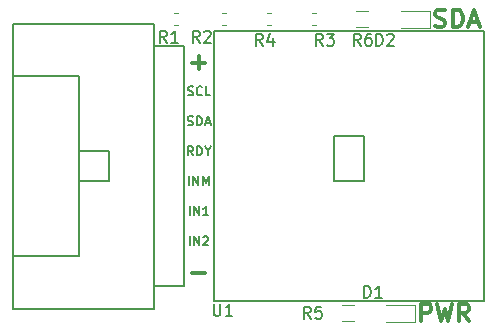
<source format=gbr>
G04 #@! TF.GenerationSoftware,KiCad,Pcbnew,(5.0.0)*
G04 #@! TF.CreationDate,2018-12-18T17:16:08-06:00*
G04 #@! TF.ProjectId,IMUBreakout_Hardware,494D55427265616B6F75745F48617264,rev?*
G04 #@! TF.SameCoordinates,Original*
G04 #@! TF.FileFunction,Legend,Top*
G04 #@! TF.FilePolarity,Positive*
%FSLAX46Y46*%
G04 Gerber Fmt 4.6, Leading zero omitted, Abs format (unit mm)*
G04 Created by KiCad (PCBNEW (5.0.0)) date 12/18/18 17:16:08*
%MOMM*%
%LPD*%
G01*
G04 APERTURE LIST*
%ADD10C,0.300000*%
%ADD11C,0.194000*%
%ADD12C,0.150000*%
%ADD13C,0.120000*%
G04 APERTURE END LIST*
D10*
X126428571Y-104247142D02*
X127571428Y-104247142D01*
X126428571Y-86467142D02*
X127571428Y-86467142D01*
X127000000Y-87038571D02*
X127000000Y-85895714D01*
D11*
X126224000Y-101951047D02*
X126224000Y-101175047D01*
X126593523Y-101951047D02*
X126593523Y-101175047D01*
X127036952Y-101951047D01*
X127036952Y-101175047D01*
X127369523Y-101248952D02*
X127406476Y-101212000D01*
X127480380Y-101175047D01*
X127665142Y-101175047D01*
X127739047Y-101212000D01*
X127776000Y-101248952D01*
X127812952Y-101322857D01*
X127812952Y-101396761D01*
X127776000Y-101507619D01*
X127332571Y-101951047D01*
X127812952Y-101951047D01*
X126224000Y-99411047D02*
X126224000Y-98635047D01*
X126593523Y-99411047D02*
X126593523Y-98635047D01*
X127036952Y-99411047D01*
X127036952Y-98635047D01*
X127812952Y-99411047D02*
X127369523Y-99411047D01*
X127591238Y-99411047D02*
X127591238Y-98635047D01*
X127517333Y-98745904D01*
X127443428Y-98819809D01*
X127369523Y-98856761D01*
X126150095Y-96871047D02*
X126150095Y-96095047D01*
X126519619Y-96871047D02*
X126519619Y-96095047D01*
X126963047Y-96871047D01*
X126963047Y-96095047D01*
X127332571Y-96871047D02*
X127332571Y-96095047D01*
X127591238Y-96649333D01*
X127849904Y-96095047D01*
X127849904Y-96871047D01*
X126519619Y-94331047D02*
X126260952Y-93961523D01*
X126076190Y-94331047D02*
X126076190Y-93555047D01*
X126371809Y-93555047D01*
X126445714Y-93592000D01*
X126482666Y-93628952D01*
X126519619Y-93702857D01*
X126519619Y-93813714D01*
X126482666Y-93887619D01*
X126445714Y-93924571D01*
X126371809Y-93961523D01*
X126076190Y-93961523D01*
X126852190Y-94331047D02*
X126852190Y-93555047D01*
X127036952Y-93555047D01*
X127147809Y-93592000D01*
X127221714Y-93665904D01*
X127258666Y-93739809D01*
X127295619Y-93887619D01*
X127295619Y-93998476D01*
X127258666Y-94146285D01*
X127221714Y-94220190D01*
X127147809Y-94294095D01*
X127036952Y-94331047D01*
X126852190Y-94331047D01*
X127776000Y-93961523D02*
X127776000Y-94331047D01*
X127517333Y-93555047D02*
X127776000Y-93961523D01*
X128034666Y-93555047D01*
X126057714Y-91754095D02*
X126168571Y-91791047D01*
X126353333Y-91791047D01*
X126427238Y-91754095D01*
X126464190Y-91717142D01*
X126501142Y-91643238D01*
X126501142Y-91569333D01*
X126464190Y-91495428D01*
X126427238Y-91458476D01*
X126353333Y-91421523D01*
X126205523Y-91384571D01*
X126131619Y-91347619D01*
X126094666Y-91310666D01*
X126057714Y-91236761D01*
X126057714Y-91162857D01*
X126094666Y-91088952D01*
X126131619Y-91052000D01*
X126205523Y-91015047D01*
X126390285Y-91015047D01*
X126501142Y-91052000D01*
X126833714Y-91791047D02*
X126833714Y-91015047D01*
X127018476Y-91015047D01*
X127129333Y-91052000D01*
X127203238Y-91125904D01*
X127240190Y-91199809D01*
X127277142Y-91347619D01*
X127277142Y-91458476D01*
X127240190Y-91606285D01*
X127203238Y-91680190D01*
X127129333Y-91754095D01*
X127018476Y-91791047D01*
X126833714Y-91791047D01*
X127572761Y-91569333D02*
X127942285Y-91569333D01*
X127498857Y-91791047D02*
X127757523Y-91015047D01*
X128016190Y-91791047D01*
X126076190Y-89214095D02*
X126187047Y-89251047D01*
X126371809Y-89251047D01*
X126445714Y-89214095D01*
X126482666Y-89177142D01*
X126519619Y-89103238D01*
X126519619Y-89029333D01*
X126482666Y-88955428D01*
X126445714Y-88918476D01*
X126371809Y-88881523D01*
X126224000Y-88844571D01*
X126150095Y-88807619D01*
X126113142Y-88770666D01*
X126076190Y-88696761D01*
X126076190Y-88622857D01*
X126113142Y-88548952D01*
X126150095Y-88512000D01*
X126224000Y-88475047D01*
X126408761Y-88475047D01*
X126519619Y-88512000D01*
X127295619Y-89177142D02*
X127258666Y-89214095D01*
X127147809Y-89251047D01*
X127073904Y-89251047D01*
X126963047Y-89214095D01*
X126889142Y-89140190D01*
X126852190Y-89066285D01*
X126815238Y-88918476D01*
X126815238Y-88807619D01*
X126852190Y-88659809D01*
X126889142Y-88585904D01*
X126963047Y-88512000D01*
X127073904Y-88475047D01*
X127147809Y-88475047D01*
X127258666Y-88512000D01*
X127295619Y-88548952D01*
X127997714Y-89251047D02*
X127628190Y-89251047D01*
X127628190Y-88475047D01*
D10*
X145828000Y-108374571D02*
X145828000Y-106874571D01*
X146399428Y-106874571D01*
X146542285Y-106946000D01*
X146613714Y-107017428D01*
X146685142Y-107160285D01*
X146685142Y-107374571D01*
X146613714Y-107517428D01*
X146542285Y-107588857D01*
X146399428Y-107660285D01*
X145828000Y-107660285D01*
X147185142Y-106874571D02*
X147542285Y-108374571D01*
X147828000Y-107303142D01*
X148113714Y-108374571D01*
X148470857Y-106874571D01*
X149899428Y-108374571D02*
X149399428Y-107660285D01*
X149042285Y-108374571D02*
X149042285Y-106874571D01*
X149613714Y-106874571D01*
X149756571Y-106946000D01*
X149828000Y-107017428D01*
X149899428Y-107160285D01*
X149899428Y-107374571D01*
X149828000Y-107517428D01*
X149756571Y-107588857D01*
X149613714Y-107660285D01*
X149042285Y-107660285D01*
X147022571Y-83411142D02*
X147236857Y-83482571D01*
X147594000Y-83482571D01*
X147736857Y-83411142D01*
X147808285Y-83339714D01*
X147879714Y-83196857D01*
X147879714Y-83054000D01*
X147808285Y-82911142D01*
X147736857Y-82839714D01*
X147594000Y-82768285D01*
X147308285Y-82696857D01*
X147165428Y-82625428D01*
X147094000Y-82554000D01*
X147022571Y-82411142D01*
X147022571Y-82268285D01*
X147094000Y-82125428D01*
X147165428Y-82054000D01*
X147308285Y-81982571D01*
X147665428Y-81982571D01*
X147879714Y-82054000D01*
X148522571Y-83482571D02*
X148522571Y-81982571D01*
X148879714Y-81982571D01*
X149094000Y-82054000D01*
X149236857Y-82196857D01*
X149308285Y-82339714D01*
X149379714Y-82625428D01*
X149379714Y-82839714D01*
X149308285Y-83125428D01*
X149236857Y-83268285D01*
X149094000Y-83411142D01*
X148879714Y-83482571D01*
X148522571Y-83482571D01*
X149951142Y-83054000D02*
X150665428Y-83054000D01*
X149808285Y-83482571D02*
X150308285Y-81982571D01*
X150808285Y-83482571D01*
D12*
G04 #@! TO.C,U1*
X128270000Y-106680000D02*
X128270000Y-83820000D01*
X128270000Y-83820000D02*
X151130000Y-83820000D01*
X151130000Y-83820000D02*
X151130000Y-106680000D01*
X151130000Y-106680000D02*
X128270000Y-106680000D01*
X140970000Y-96520000D02*
X138430000Y-96520000D01*
X138430000Y-96520000D02*
X138430000Y-92710000D01*
X138430000Y-92710000D02*
X140970000Y-92710000D01*
X140970000Y-92710000D02*
X140970000Y-96520000D01*
G04 #@! TO.C,Conn1*
X123190000Y-107315000D02*
X123190000Y-83185000D01*
X111252000Y-102870000D02*
X111760000Y-102870000D01*
X111252000Y-107315000D02*
X111252000Y-83185000D01*
X123190000Y-107315000D02*
X111252000Y-107315000D01*
X123190000Y-83185000D02*
X111252000Y-83185000D01*
X123190000Y-107310000D02*
X123190000Y-107315000D01*
X115570000Y-102870000D02*
X116840000Y-102870000D01*
X116840000Y-102870000D02*
X116840000Y-87630000D01*
X116840000Y-87630000D02*
X111252000Y-87630000D01*
X115570000Y-102870000D02*
X111760000Y-102870000D01*
X116840000Y-96520000D02*
X119380000Y-96520000D01*
X119380000Y-96520000D02*
X119380000Y-93980000D01*
X119380000Y-93980000D02*
X116840000Y-93980000D01*
X123190000Y-85090000D02*
X125730000Y-85090000D01*
X125730000Y-85090000D02*
X125730000Y-105410000D01*
X125730000Y-105410000D02*
X123190000Y-105410000D01*
D13*
G04 #@! TO.C,D1*
X145311000Y-106961000D02*
X142851000Y-106961000D01*
X145311000Y-108431000D02*
X145311000Y-106961000D01*
X142851000Y-108431000D02*
X145311000Y-108431000D01*
G04 #@! TO.C,D2*
X144093000Y-83539000D02*
X146553000Y-83539000D01*
X146553000Y-83539000D02*
X146553000Y-82069000D01*
X146553000Y-82069000D02*
X144093000Y-82069000D01*
G04 #@! TO.C,R1*
X125252267Y-83314000D02*
X124909733Y-83314000D01*
X125252267Y-82294000D02*
X124909733Y-82294000D01*
G04 #@! TO.C,R2*
X129001733Y-82294000D02*
X129344267Y-82294000D01*
X129001733Y-83314000D02*
X129344267Y-83314000D01*
G04 #@! TO.C,R3*
X136593733Y-83314000D02*
X136936267Y-83314000D01*
X136593733Y-82294000D02*
X136936267Y-82294000D01*
G04 #@! TO.C,R4*
X133154267Y-82294000D02*
X132811733Y-82294000D01*
X133154267Y-83314000D02*
X132811733Y-83314000D01*
G04 #@! TO.C,R5*
X140116000Y-108376000D02*
X139116000Y-108376000D01*
X139116000Y-107016000D02*
X140116000Y-107016000D01*
G04 #@! TO.C,R6*
X140300000Y-82124000D02*
X141300000Y-82124000D01*
X141300000Y-83484000D02*
X140300000Y-83484000D01*
G04 #@! TO.C,U1*
D12*
X128270095Y-106894380D02*
X128270095Y-107703904D01*
X128317714Y-107799142D01*
X128365333Y-107846761D01*
X128460571Y-107894380D01*
X128651047Y-107894380D01*
X128746285Y-107846761D01*
X128793904Y-107799142D01*
X128841523Y-107703904D01*
X128841523Y-106894380D01*
X129841523Y-107894380D02*
X129270095Y-107894380D01*
X129555809Y-107894380D02*
X129555809Y-106894380D01*
X129460571Y-107037238D01*
X129365333Y-107132476D01*
X129270095Y-107180095D01*
G04 #@! TO.C,D1*
X140993904Y-106370380D02*
X140993904Y-105370380D01*
X141232000Y-105370380D01*
X141374857Y-105418000D01*
X141470095Y-105513238D01*
X141517714Y-105608476D01*
X141565333Y-105798952D01*
X141565333Y-105941809D01*
X141517714Y-106132285D01*
X141470095Y-106227523D01*
X141374857Y-106322761D01*
X141232000Y-106370380D01*
X140993904Y-106370380D01*
X142517714Y-106370380D02*
X141946285Y-106370380D01*
X142232000Y-106370380D02*
X142232000Y-105370380D01*
X142136761Y-105513238D01*
X142041523Y-105608476D01*
X141946285Y-105656095D01*
G04 #@! TO.C,D2*
X142009904Y-85034380D02*
X142009904Y-84034380D01*
X142248000Y-84034380D01*
X142390857Y-84082000D01*
X142486095Y-84177238D01*
X142533714Y-84272476D01*
X142581333Y-84462952D01*
X142581333Y-84605809D01*
X142533714Y-84796285D01*
X142486095Y-84891523D01*
X142390857Y-84986761D01*
X142248000Y-85034380D01*
X142009904Y-85034380D01*
X142962285Y-84129619D02*
X143009904Y-84082000D01*
X143105142Y-84034380D01*
X143343238Y-84034380D01*
X143438476Y-84082000D01*
X143486095Y-84129619D01*
X143533714Y-84224857D01*
X143533714Y-84320095D01*
X143486095Y-84462952D01*
X142914666Y-85034380D01*
X143533714Y-85034380D01*
G04 #@! TO.C,R1*
X124293333Y-84780380D02*
X123960000Y-84304190D01*
X123721904Y-84780380D02*
X123721904Y-83780380D01*
X124102857Y-83780380D01*
X124198095Y-83828000D01*
X124245714Y-83875619D01*
X124293333Y-83970857D01*
X124293333Y-84113714D01*
X124245714Y-84208952D01*
X124198095Y-84256571D01*
X124102857Y-84304190D01*
X123721904Y-84304190D01*
X125245714Y-84780380D02*
X124674285Y-84780380D01*
X124960000Y-84780380D02*
X124960000Y-83780380D01*
X124864761Y-83923238D01*
X124769523Y-84018476D01*
X124674285Y-84066095D01*
G04 #@! TO.C,R2*
X127087333Y-84780380D02*
X126754000Y-84304190D01*
X126515904Y-84780380D02*
X126515904Y-83780380D01*
X126896857Y-83780380D01*
X126992095Y-83828000D01*
X127039714Y-83875619D01*
X127087333Y-83970857D01*
X127087333Y-84113714D01*
X127039714Y-84208952D01*
X126992095Y-84256571D01*
X126896857Y-84304190D01*
X126515904Y-84304190D01*
X127468285Y-83875619D02*
X127515904Y-83828000D01*
X127611142Y-83780380D01*
X127849238Y-83780380D01*
X127944476Y-83828000D01*
X127992095Y-83875619D01*
X128039714Y-83970857D01*
X128039714Y-84066095D01*
X127992095Y-84208952D01*
X127420666Y-84780380D01*
X128039714Y-84780380D01*
G04 #@! TO.C,R3*
X137501333Y-85034380D02*
X137168000Y-84558190D01*
X136929904Y-85034380D02*
X136929904Y-84034380D01*
X137310857Y-84034380D01*
X137406095Y-84082000D01*
X137453714Y-84129619D01*
X137501333Y-84224857D01*
X137501333Y-84367714D01*
X137453714Y-84462952D01*
X137406095Y-84510571D01*
X137310857Y-84558190D01*
X136929904Y-84558190D01*
X137834666Y-84034380D02*
X138453714Y-84034380D01*
X138120380Y-84415333D01*
X138263238Y-84415333D01*
X138358476Y-84462952D01*
X138406095Y-84510571D01*
X138453714Y-84605809D01*
X138453714Y-84843904D01*
X138406095Y-84939142D01*
X138358476Y-84986761D01*
X138263238Y-85034380D01*
X137977523Y-85034380D01*
X137882285Y-84986761D01*
X137834666Y-84939142D01*
G04 #@! TO.C,R4*
X132421333Y-85034380D02*
X132088000Y-84558190D01*
X131849904Y-85034380D02*
X131849904Y-84034380D01*
X132230857Y-84034380D01*
X132326095Y-84082000D01*
X132373714Y-84129619D01*
X132421333Y-84224857D01*
X132421333Y-84367714D01*
X132373714Y-84462952D01*
X132326095Y-84510571D01*
X132230857Y-84558190D01*
X131849904Y-84558190D01*
X133278476Y-84367714D02*
X133278476Y-85034380D01*
X133040380Y-83986761D02*
X132802285Y-84701047D01*
X133421333Y-84701047D01*
G04 #@! TO.C,R5*
X136485333Y-108148380D02*
X136152000Y-107672190D01*
X135913904Y-108148380D02*
X135913904Y-107148380D01*
X136294857Y-107148380D01*
X136390095Y-107196000D01*
X136437714Y-107243619D01*
X136485333Y-107338857D01*
X136485333Y-107481714D01*
X136437714Y-107576952D01*
X136390095Y-107624571D01*
X136294857Y-107672190D01*
X135913904Y-107672190D01*
X137390095Y-107148380D02*
X136913904Y-107148380D01*
X136866285Y-107624571D01*
X136913904Y-107576952D01*
X137009142Y-107529333D01*
X137247238Y-107529333D01*
X137342476Y-107576952D01*
X137390095Y-107624571D01*
X137437714Y-107719809D01*
X137437714Y-107957904D01*
X137390095Y-108053142D01*
X137342476Y-108100761D01*
X137247238Y-108148380D01*
X137009142Y-108148380D01*
X136913904Y-108100761D01*
X136866285Y-108053142D01*
G04 #@! TO.C,R6*
X140717333Y-85034380D02*
X140384000Y-84558190D01*
X140145904Y-85034380D02*
X140145904Y-84034380D01*
X140526857Y-84034380D01*
X140622095Y-84082000D01*
X140669714Y-84129619D01*
X140717333Y-84224857D01*
X140717333Y-84367714D01*
X140669714Y-84462952D01*
X140622095Y-84510571D01*
X140526857Y-84558190D01*
X140145904Y-84558190D01*
X141574476Y-84034380D02*
X141384000Y-84034380D01*
X141288761Y-84082000D01*
X141241142Y-84129619D01*
X141145904Y-84272476D01*
X141098285Y-84462952D01*
X141098285Y-84843904D01*
X141145904Y-84939142D01*
X141193523Y-84986761D01*
X141288761Y-85034380D01*
X141479238Y-85034380D01*
X141574476Y-84986761D01*
X141622095Y-84939142D01*
X141669714Y-84843904D01*
X141669714Y-84605809D01*
X141622095Y-84510571D01*
X141574476Y-84462952D01*
X141479238Y-84415333D01*
X141288761Y-84415333D01*
X141193523Y-84462952D01*
X141145904Y-84510571D01*
X141098285Y-84605809D01*
G04 #@! TD*
M02*

</source>
